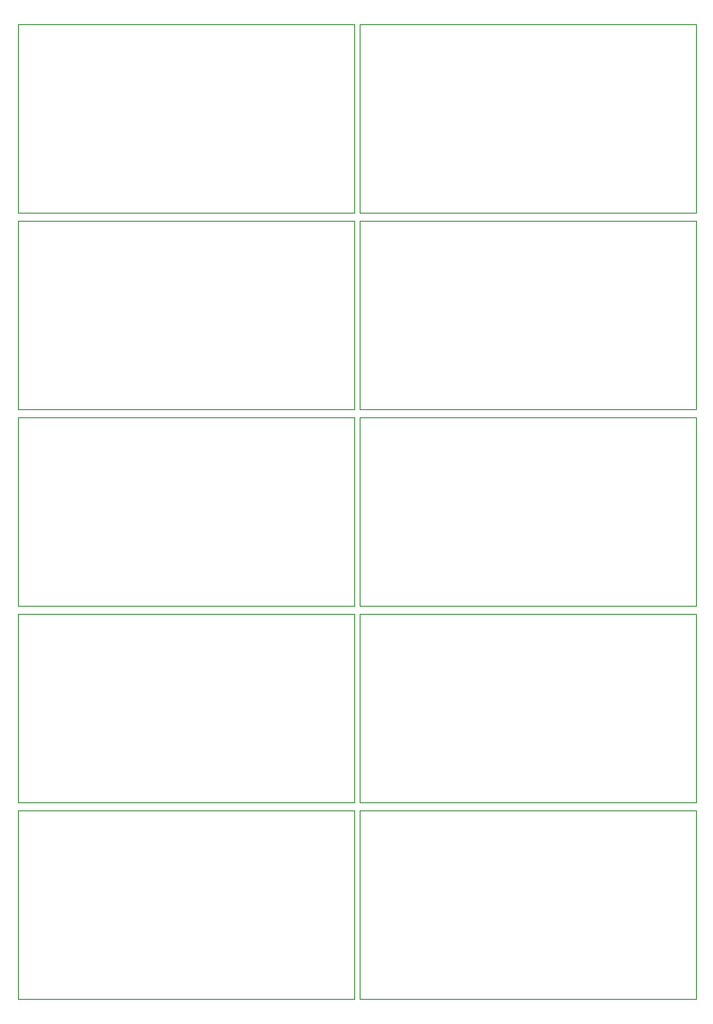
<source format=gbr>
G04 #@! TF.GenerationSoftware,KiCad,Pcbnew,5.1.6-c6e7f7d~86~ubuntu19.10.1*
G04 #@! TF.CreationDate,2021-03-24T15:38:50+01:00*
G04 #@! TF.ProjectId,Switch3V,53776974-6368-4335-962e-6b696361645f,rev?*
G04 #@! TF.SameCoordinates,Original*
G04 #@! TF.FileFunction,Profile,NP*
%FSLAX46Y46*%
G04 Gerber Fmt 4.6, Leading zero omitted, Abs format (unit mm)*
G04 Created by KiCad (PCBNEW 5.1.6-c6e7f7d~86~ubuntu19.10.1) date 2021-03-24 15:38:50*
%MOMM*%
%LPD*%
G01*
G04 APERTURE LIST*
G04 #@! TA.AperFunction,Profile*
%ADD10C,0.100000*%
G04 #@! TD*
G04 APERTURE END LIST*
D10*
X264414000Y-136652000D02*
X264414000Y-118872000D01*
X232664000Y-136652000D02*
X232664000Y-118872000D01*
X232156000Y-136652000D02*
X200406000Y-136652000D01*
X200406000Y-118872000D02*
X232156000Y-118872000D01*
X232664000Y-118872000D02*
X264414000Y-118872000D01*
X264414000Y-136652000D02*
X232664000Y-136652000D01*
X232156000Y-136652000D02*
X232156000Y-118872000D01*
X200406000Y-136652000D02*
X200406000Y-118872000D01*
X264414000Y-99568000D02*
X264414000Y-81788000D01*
X232664000Y-99568000D02*
X232664000Y-81788000D01*
X232156000Y-99568000D02*
X200406000Y-99568000D01*
X200406000Y-81788000D02*
X232156000Y-81788000D01*
X232664000Y-81788000D02*
X264414000Y-81788000D01*
X264414000Y-99568000D02*
X232664000Y-99568000D01*
X232156000Y-118110000D02*
X200406000Y-118110000D01*
X232664000Y-118110000D02*
X232664000Y-100330000D01*
X232156000Y-99568000D02*
X232156000Y-81788000D01*
X264414000Y-118110000D02*
X232664000Y-118110000D01*
X200406000Y-99568000D02*
X200406000Y-81788000D01*
X200406000Y-118110000D02*
X200406000Y-100330000D01*
X232664000Y-100330000D02*
X264414000Y-100330000D01*
X264414000Y-118110000D02*
X264414000Y-100330000D01*
X232156000Y-118110000D02*
X232156000Y-100330000D01*
X200406000Y-100330000D02*
X232156000Y-100330000D01*
X264414000Y-81026000D02*
X264414000Y-63246000D01*
X232664000Y-81026000D02*
X232664000Y-63246000D01*
X232156000Y-81026000D02*
X200406000Y-81026000D01*
X200406000Y-63246000D02*
X232156000Y-63246000D01*
X232664000Y-63246000D02*
X264414000Y-63246000D01*
X264414000Y-81026000D02*
X232664000Y-81026000D01*
X232156000Y-81026000D02*
X232156000Y-63246000D01*
X200406000Y-81026000D02*
X200406000Y-63246000D01*
X232156000Y-62484000D02*
X232156000Y-44704000D01*
X200406000Y-62484000D02*
X200406000Y-44704000D01*
X200406000Y-44704000D02*
X232156000Y-44704000D01*
X232156000Y-62484000D02*
X200406000Y-62484000D01*
X232664000Y-44704000D02*
X264414000Y-44704000D01*
X264414000Y-62484000D02*
X232664000Y-62484000D01*
X232664000Y-62484000D02*
X232664000Y-44704000D01*
X264414000Y-62484000D02*
X264414000Y-44704000D01*
M02*

</source>
